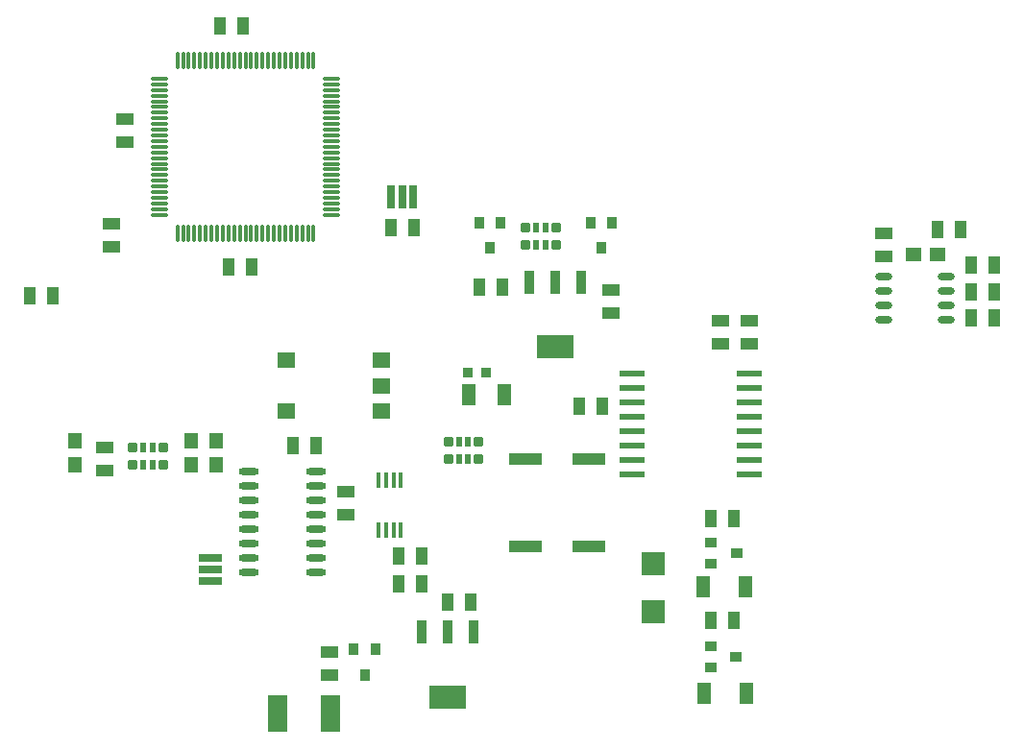
<source format=gtp>
G04*
G04 #@! TF.GenerationSoftware,Altium Limited,Altium Designer,20.0.1 (14)*
G04*
G04 Layer_Color=8421504*
%FSLAX25Y25*%
%MOIN*%
G70*
G01*
G75*
%ADD41R,0.05512X0.05118*%
%ADD42R,0.06000X0.04000*%
%ADD43R,0.07874X0.07874*%
%ADD44R,0.11811X0.03937*%
%ADD45R,0.04000X0.06000*%
%ADD46R,0.04724X0.07480*%
%ADD47O,0.06496X0.01102*%
%ADD48O,0.01102X0.06496*%
%ADD49O,0.05984X0.02362*%
%ADD50R,0.09055X0.02362*%
%ADD51R,0.12598X0.08268*%
%ADD52R,0.03543X0.08268*%
%ADD53R,0.03740X0.03937*%
%ADD54O,0.01575X0.05709*%
%ADD55R,0.07008X0.12992*%
%ADD56O,0.07087X0.02362*%
%ADD57R,0.05118X0.05512*%
%ADD58R,0.05906X0.05610*%
%ADD59R,0.03937X0.03740*%
%ADD60R,0.04724X0.07480*%
G04:AMPARAMS|DCode=61|XSize=35.43mil|YSize=31.5mil|CornerRadius=3.94mil|HoleSize=0mil|Usage=FLASHONLY|Rotation=270.000|XOffset=0mil|YOffset=0mil|HoleType=Round|Shape=RoundedRectangle|*
%AMROUNDEDRECTD61*
21,1,0.03543,0.02362,0,0,270.0*
21,1,0.02756,0.03150,0,0,270.0*
1,1,0.00787,-0.01181,-0.01378*
1,1,0.00787,-0.01181,0.01378*
1,1,0.00787,0.01181,0.01378*
1,1,0.00787,0.01181,-0.01378*
%
%ADD61ROUNDEDRECTD61*%
G04:AMPARAMS|DCode=62|XSize=35.04mil|YSize=19.68mil|CornerRadius=2.46mil|HoleSize=0mil|Usage=FLASHONLY|Rotation=270.000|XOffset=0mil|YOffset=0mil|HoleType=Round|Shape=RoundedRectangle|*
%AMROUNDEDRECTD62*
21,1,0.03504,0.01476,0,0,270.0*
21,1,0.03012,0.01968,0,0,270.0*
1,1,0.00492,-0.00738,-0.01506*
1,1,0.00492,-0.00738,0.01506*
1,1,0.00492,0.00738,0.01506*
1,1,0.00492,0.00738,-0.01506*
%
%ADD62ROUNDEDRECTD62*%
G04:AMPARAMS|DCode=63|XSize=35.43mil|YSize=19.68mil|CornerRadius=2.46mil|HoleSize=0mil|Usage=FLASHONLY|Rotation=270.000|XOffset=0mil|YOffset=0mil|HoleType=Round|Shape=RoundedRectangle|*
%AMROUNDEDRECTD63*
21,1,0.03543,0.01476,0,0,270.0*
21,1,0.03051,0.01968,0,0,270.0*
1,1,0.00492,-0.00738,-0.01526*
1,1,0.00492,-0.00738,0.01526*
1,1,0.00492,0.00738,0.01526*
1,1,0.00492,0.00738,-0.01526*
%
%ADD63ROUNDEDRECTD63*%
%ADD64R,0.07870X0.02760*%
%ADD65R,0.03347X0.03347*%
%ADD66R,0.02760X0.07870*%
D41*
X474409Y175512D02*
D03*
X466142D02*
D03*
D42*
X192362Y214583D02*
D03*
Y222583D02*
D03*
X187913Y177969D02*
D03*
Y185968D02*
D03*
X409252Y144425D02*
D03*
Y152425D02*
D03*
X399016Y144425D02*
D03*
Y152425D02*
D03*
X361221Y155055D02*
D03*
Y163055D02*
D03*
X269094Y92976D02*
D03*
Y84976D02*
D03*
X263583Y37465D02*
D03*
Y29465D02*
D03*
X455709Y174740D02*
D03*
Y182740D02*
D03*
X185551Y100567D02*
D03*
Y108567D02*
D03*
D43*
X375787Y68110D02*
D03*
Y51575D02*
D03*
D44*
X331339Y104409D02*
D03*
X353386D02*
D03*
X331339Y74094D02*
D03*
X353386D02*
D03*
D45*
X350134Y122835D02*
D03*
X358134D02*
D03*
X167583Y161102D02*
D03*
X159583D02*
D03*
X225291Y254764D02*
D03*
X233291D02*
D03*
X323606Y164134D02*
D03*
X315606D02*
D03*
X482543Y184252D02*
D03*
X474543D02*
D03*
X403803Y83858D02*
D03*
X395803D02*
D03*
X292622Y184882D02*
D03*
X284622D02*
D03*
X258882Y108976D02*
D03*
X250882D02*
D03*
X304437Y54673D02*
D03*
X312437D02*
D03*
X236402Y171142D02*
D03*
X228402D02*
D03*
X403803Y48425D02*
D03*
X395803D02*
D03*
X493961Y153543D02*
D03*
X485961D02*
D03*
X493961Y171653D02*
D03*
X485961D02*
D03*
X493961Y162598D02*
D03*
X485961D02*
D03*
X295535Y70866D02*
D03*
X287535D02*
D03*
Y61024D02*
D03*
X295535D02*
D03*
D46*
X311653Y126614D02*
D03*
X324252D02*
D03*
D47*
X204382Y236465D02*
D03*
Y234496D02*
D03*
Y232528D02*
D03*
Y230559D02*
D03*
Y228590D02*
D03*
Y226622D02*
D03*
Y224654D02*
D03*
Y222685D02*
D03*
Y220717D02*
D03*
Y218748D02*
D03*
Y216779D02*
D03*
Y214811D02*
D03*
Y212842D02*
D03*
Y210874D02*
D03*
Y208906D02*
D03*
Y206937D02*
D03*
Y204969D02*
D03*
Y203000D02*
D03*
Y201031D02*
D03*
Y199063D02*
D03*
Y197095D02*
D03*
Y195126D02*
D03*
Y193157D02*
D03*
Y191189D02*
D03*
Y189220D02*
D03*
X264224D02*
D03*
Y191189D02*
D03*
Y193157D02*
D03*
Y195126D02*
D03*
Y197095D02*
D03*
Y199063D02*
D03*
Y201031D02*
D03*
Y203000D02*
D03*
Y204969D02*
D03*
Y206937D02*
D03*
Y208906D02*
D03*
Y210874D02*
D03*
Y212842D02*
D03*
Y214811D02*
D03*
Y216779D02*
D03*
Y218748D02*
D03*
Y220717D02*
D03*
Y222685D02*
D03*
Y224654D02*
D03*
Y226622D02*
D03*
Y228590D02*
D03*
Y230559D02*
D03*
Y232528D02*
D03*
Y234496D02*
D03*
Y236465D02*
D03*
D48*
X210681Y182921D02*
D03*
X212650D02*
D03*
X214618D02*
D03*
X216587D02*
D03*
X218555D02*
D03*
X220524D02*
D03*
X222492D02*
D03*
X224461D02*
D03*
X226429D02*
D03*
X228398D02*
D03*
X230366D02*
D03*
X232335D02*
D03*
X234303D02*
D03*
X236272D02*
D03*
X238240D02*
D03*
X240209D02*
D03*
X242177D02*
D03*
X244146D02*
D03*
X246114D02*
D03*
X248083D02*
D03*
X250051D02*
D03*
X252020D02*
D03*
X253988D02*
D03*
X255957D02*
D03*
X257925D02*
D03*
Y242764D02*
D03*
X255957D02*
D03*
X253988D02*
D03*
X252020D02*
D03*
X250051D02*
D03*
X248083D02*
D03*
X246114D02*
D03*
X244146D02*
D03*
X242177D02*
D03*
X240209D02*
D03*
X238240D02*
D03*
X236272D02*
D03*
X234303D02*
D03*
X232335D02*
D03*
X230366D02*
D03*
X228398D02*
D03*
X226429D02*
D03*
X224461D02*
D03*
X222492D02*
D03*
X220524D02*
D03*
X218555D02*
D03*
X216587D02*
D03*
X214618D02*
D03*
X212650D02*
D03*
X210681D02*
D03*
D49*
X455787Y167874D02*
D03*
X477362D02*
D03*
Y162874D02*
D03*
Y157874D02*
D03*
Y152874D02*
D03*
X455787D02*
D03*
Y157874D02*
D03*
Y162874D02*
D03*
D50*
X368327Y134035D02*
D03*
Y129035D02*
D03*
Y124035D02*
D03*
Y119035D02*
D03*
Y114035D02*
D03*
Y109035D02*
D03*
Y104035D02*
D03*
Y99035D02*
D03*
X409231D02*
D03*
Y104035D02*
D03*
Y109035D02*
D03*
Y114035D02*
D03*
X409230Y119016D02*
D03*
X409229Y124035D02*
D03*
Y129035D02*
D03*
Y134035D02*
D03*
D51*
X341835Y143404D02*
D03*
X304524Y21853D02*
D03*
D52*
X332780Y165845D02*
D03*
X341835D02*
D03*
X350891D02*
D03*
X313580Y44294D02*
D03*
X304524D02*
D03*
X295469D02*
D03*
D53*
X361464Y186595D02*
D03*
X353984Y186595D02*
D03*
X357724Y177737D02*
D03*
X322882Y186595D02*
D03*
X315401Y186595D02*
D03*
X319141Y177737D02*
D03*
X275657Y29430D02*
D03*
X271917Y38288D02*
D03*
X279397Y38288D02*
D03*
D54*
X280512Y79921D02*
D03*
Y97244D02*
D03*
X283071D02*
D03*
X285630D02*
D03*
X288189D02*
D03*
Y79921D02*
D03*
X285630D02*
D03*
X283071D02*
D03*
D55*
X263622Y16142D02*
D03*
X245472D02*
D03*
D56*
X235524Y99968D02*
D03*
Y94968D02*
D03*
Y89969D02*
D03*
Y84969D02*
D03*
Y79969D02*
D03*
Y74968D02*
D03*
Y69968D02*
D03*
Y64969D02*
D03*
X258925D02*
D03*
Y69968D02*
D03*
Y74968D02*
D03*
Y79969D02*
D03*
Y84969D02*
D03*
Y89969D02*
D03*
Y94968D02*
D03*
Y99968D02*
D03*
D57*
X224252Y110748D02*
D03*
Y102480D02*
D03*
X175079Y102449D02*
D03*
Y110717D02*
D03*
X215512Y102480D02*
D03*
Y110748D02*
D03*
D58*
X281575Y120984D02*
D03*
Y138701D02*
D03*
Y129842D02*
D03*
X248504Y120984D02*
D03*
Y138701D02*
D03*
D59*
X404743Y71700D02*
D03*
X395885Y67960D02*
D03*
X395885Y75441D02*
D03*
X404528Y35827D02*
D03*
X395669Y32087D02*
D03*
X395669Y39567D02*
D03*
D60*
X407677Y60236D02*
D03*
X393079D02*
D03*
X408102Y23228D02*
D03*
X393504D02*
D03*
D61*
X331496Y184890D02*
D03*
Y178890D02*
D03*
X342126Y184890D02*
D03*
Y178890D02*
D03*
X304646Y110323D02*
D03*
Y104323D02*
D03*
X315276Y110323D02*
D03*
Y104323D02*
D03*
X205827Y102512D02*
D03*
Y108512D02*
D03*
X195197Y102512D02*
D03*
Y108512D02*
D03*
D62*
X335236Y184890D02*
D03*
Y178890D02*
D03*
X308386Y110323D02*
D03*
Y104323D02*
D03*
X202087Y102512D02*
D03*
Y108512D02*
D03*
D63*
X338386Y184890D02*
D03*
Y178890D02*
D03*
X311535Y110323D02*
D03*
Y104323D02*
D03*
X198937Y102512D02*
D03*
Y108512D02*
D03*
D64*
X221961Y69949D02*
D03*
Y66047D02*
D03*
Y62146D02*
D03*
D65*
X311595Y134409D02*
D03*
X317697D02*
D03*
D66*
X284744Y195520D02*
D03*
X288646D02*
D03*
X292547D02*
D03*
M02*

</source>
